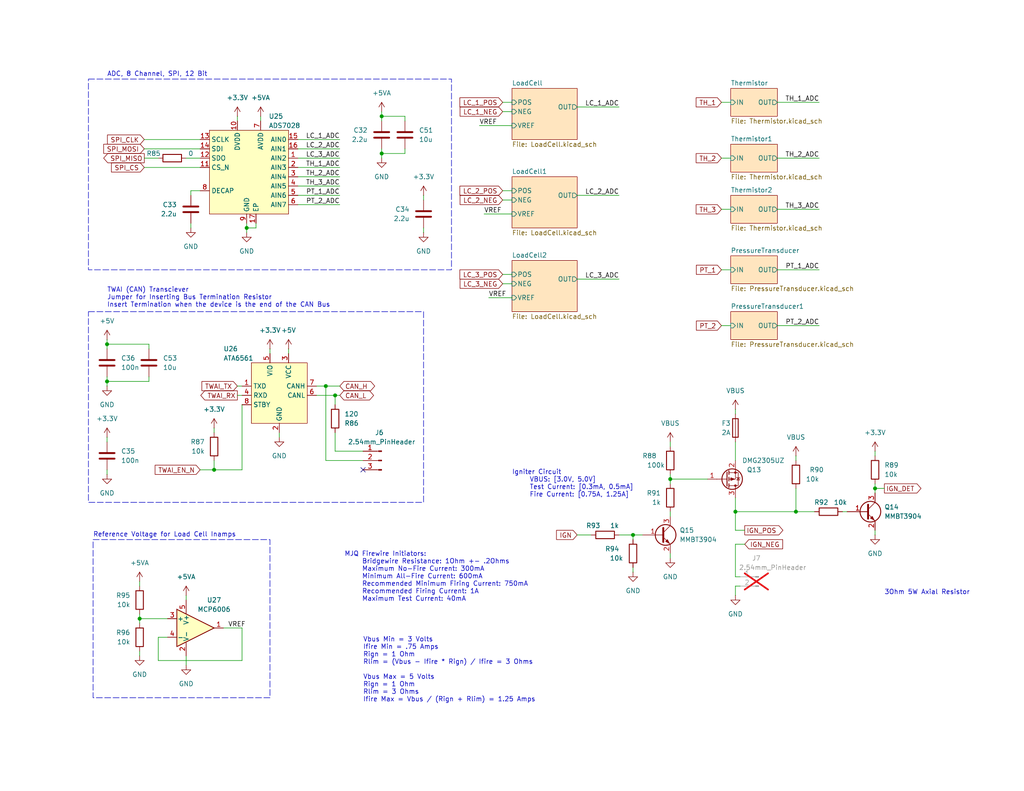
<source format=kicad_sch>
(kicad_sch (version 20231120) (generator "eeschema") (generator_version "8.0")
  (paper "A")
  (title_block (title "Unify") (date "2025-02-26") (rev "1") (company "Rocket Propulsion Group, UNL") (comment 1 "Jack Shaver"))
  (lib_symbols
    (symbol "ADS7028_1"
      (property "Reference" "U" (at -1.27 8.382 0))
      (property "Value" "ADS7028" (at 27.686 10.414 0))
      (symbol "ADS7028_1_0_0"
        (pin unspecified line (at 25.4 -2.54 180) (length 2.54) (name "AIN2") (number "1"))
        (pin unspecified line (at 8.89 7.62 270) (length 2.54) (name "DVDD") (number "10"))
        (pin unspecified line (at -1.27 -5.08 0) (length 2.54) (name "CS_N") (number "11"))
        (pin unspecified line (at -1.27 -2.54 0) (length 2.54) (name "SDO") (number "12"))
        (pin unspecified line (at -1.27 2.54 0) (length 2.54) (name "SCLK") (number "13"))
        (pin unspecified line (at -1.27 0 0) (length 2.54) (name "SDI") (number "14"))
        (pin unspecified line (at 25.4 2.54 180) (length 2.54) (name "AIN0") (number "15"))
        (pin unspecified line (at 25.4 0 180) (length 2.54) (name "AIN1") (number "16"))
        (pin unspecified line (at 13.97 -20.32 90) (length 2.54) (name "EP") (number "17"))
        (pin unspecified line (at 25.4 -5.08 180) (length 2.54) (name "AIN3") (number "2"))
        (pin unspecified line (at 25.4 -7.62 180) (length 2.54) (name "AIN4") (number "3"))
        (pin unspecified line (at 25.4 -10.16 180) (length 2.54) (name "AIN5") (number "4"))
        (pin unspecified line (at 25.4 -12.7 180) (length 2.54) (name "AIN6") (number "5"))
        (pin unspecified line (at 25.4 -15.24 180) (length 2.54) (name "AIN7") (number "6"))
        (pin unspecified line (at 15.24 7.62 270) (length 2.54) (name "AVDD") (number "7"))
        (pin unspecified line (at -1.27 -11.43 0) (length 2.54) (name "DECAP") (number "8"))
        (pin unspecified line (at 11.43 -20.32 90) (length 2.54) (name "GND") (number "9"))
      )
      (symbol "ADS7028_1_1_1"
        (rectangle (start 1.27 5.08) (end 22.86 -17.78) (fill (type background)))
      )
    )
    (symbol "Amplifier_Operational:MCP6001-OT" (pin_names (offset 0.127))
      (property "Reference" "U" (at -1.27 6.35 0))
      (property "Value" "MCP6001-OT" (at -1.27 3.81 0))
      (symbol "MCP6001-OT_0_1"
        (polyline (pts (xy -5.08 5.08) (xy 5.08 0) (xy -5.08 -5.08) (xy -5.08 5.08)) (stroke (width 0.254)) (fill (type background)))
        (pin power_in line (at -2.54 -7.62 90) (length 3.81) (name "V-") (number "2"))
        (pin power_in line (at -2.54 7.62 270) (length 3.81) (name "V+") (number "5"))
      )
      (symbol "MCP6001-OT_1_1"
        (pin output line (at 7.62 0 180) (length 2.54) (name "~") (number "1"))
        (pin input line (at -7.62 2.54 0) (length 2.54) (name "+") (number "3"))
        (pin input line (at -7.62 -2.54 0) (length 2.54) (name "-") (number "4"))
      )
    )
    (symbol "Connector:Conn_01x02_Pin" (pin_names (offset 1.016) hide)
      (property "Reference" "J" (at 0 2.54 0))
      (property "Value" "Conn_01x02_Pin" (at 0 -5.08 0))
      (symbol "Conn_01x02_Pin_1_1"
        (polyline (pts (xy 1.27 -2.54) (xy 0.8636 -2.54)) (stroke (width 0.1524)))
        (polyline (pts (xy 1.27 0) (xy 0.8636 0)) (stroke (width 0.1524)))
        (rectangle (start 0.8636 -2.413) (end 0 -2.667) (stroke (width 0.1524)) (fill (type outline)))
        (rectangle (start 0.8636 0.127) (end 0 -0.127) (stroke (width 0.1524)) (fill (type outline)))
        (pin passive line (at 5.08 0 180) (length 3.81) (name "Pin_1") (number "1"))
        (pin passive line (at 5.08 -2.54 180) (length 3.81) (name "Pin_2") (number "2"))
      )
    )
    (symbol "Connector:Conn_01x03_Pin" (pin_names (offset 1.016) hide)
      (property "Reference" "J" (at 0 5.08 0))
      (property "Value" "Conn_01x03_Pin" (at 0 -5.08 0))
      (symbol "Conn_01x03_Pin_1_1"
        (polyline (pts (xy 1.27 -2.54) (xy 0.8636 -2.54)) (stroke (width 0.1524)))
        (polyline (pts (xy 1.27 0) (xy 0.8636 0)) (stroke (width 0.1524)))
        (polyline (pts (xy 1.27 2.54) (xy 0.8636 2.54)) (stroke (width 0.1524)))
        (rectangle (start 0.8636 -2.413) (end 0 -2.667) (stroke (width 0.1524)) (fill (type outline)))
        (rectangle (start 0.8636 0.127) (end 0 -0.127) (stroke (width 0.1524)) (fill (type outline)))
        (rectangle (start 0.8636 2.667) (end 0 2.413) (stroke (width 0.1524)) (fill (type outline)))
        (pin passive line (at 5.08 2.54 180) (length 3.81) (name "Pin_1") (number "1"))
        (pin passive line (at 5.08 0 180) (length 3.81) (name "Pin_2") (number "2"))
        (pin passive line (at 5.08 -2.54 180) (length 3.81) (name "Pin_3") (number "3"))
      )
    )
    (symbol "Device:C" (pin_numbers hide) (pin_names (offset 0.254))
      (property "Reference" "C" (at 0.635 2.54 0))
      (property "Value" "C" (at 0.635 -2.54 0))
      (symbol "C_0_1"
        (polyline (pts (xy -2.032 -0.762) (xy 2.032 -0.762)) (stroke (width 0.508)))
        (polyline (pts (xy -2.032 0.762) (xy 2.032 0.762)) (stroke (width 0.508)))
      )
      (symbol "C_1_1"
        (pin passive line (at 0 3.81 270) (length 2.794) (name "~") (number "1"))
        (pin passive line (at 0 -3.81 90) (length 2.794) (name "~") (number "2"))
      )
    )
    (symbol "Device:Fuse" (pin_numbers hide) (pin_names (offset 0))
      (property "Reference" "F" (at 2.032 0 90))
      (property "Value" "Fuse" (at -1.905 0 90))
      (symbol "Fuse_0_1"
        (rectangle (start -0.762 -2.54) (end 0.762 2.54) (stroke (width 0.254)))
        (polyline (pts (xy 0 2.54) (xy 0 -2.54)))
      )
      (symbol "Fuse_1_1"
        (pin passive line (at 0 3.81 270) (length 1.27) (name "~") (number "1"))
        (pin passive line (at 0 -3.81 90) (length 1.27) (name "~") (number "2"))
      )
    )
    (symbol "Device:R" (pin_numbers hide) (pin_names (offset 0))
      (property "Reference" "R" (at 2.032 0 90))
      (property "Value" "R" (at 0 0 90))
      (symbol "R_0_1"
        (rectangle (start -1.016 -2.54) (end 1.016 2.54) (stroke (width 0.254)))
      )
      (symbol "R_1_1"
        (pin passive line (at 0 3.81 270) (length 1.27) (name "~") (number "1"))
        (pin passive line (at 0 -3.81 90) (length 1.27) (name "~") (number "2"))
      )
    )
    (symbol "Transistor_BJT:MMBT3904" (pin_names (offset 0) hide)
      (property "Reference" "Q" (at 5.08 1.905 0))
      (property "Value" "MMBT3904" (at 5.08 0 0))
      (symbol "MMBT3904_0_1"
        (polyline (pts (xy 0.635 0.635) (xy 2.54 2.54)))
        (polyline (pts (xy 0.635 -0.635) (xy 2.54 -2.54) (xy 2.54 -2.54)))
        (polyline (pts (xy 0.635 1.905) (xy 0.635 -1.905) (xy 0.635 -1.905)) (stroke (width 0.508)))
        (polyline (pts (xy 1.27 -1.778) (xy 1.778 -1.27) (xy 2.286 -2.286) (xy 1.27 -1.778) (xy 1.27 -1.778)) (fill (type outline)))
        (circle (center 1.27 0) (radius 2.8194) (stroke (width 0.254)))
      )
      (symbol "MMBT3904_1_1"
        (pin input line (at -5.08 0 0) (length 5.715) (name "B") (number "1"))
        (pin passive line (at 2.54 -5.08 90) (length 2.54) (name "E") (number "2"))
        (pin passive line (at 2.54 5.08 270) (length 2.54) (name "C") (number "3"))
      )
    )
    (symbol "Transistor_FET:DMG2301L" (pin_names hide)
      (property "Reference" "Q" (at 5.08 1.905 0))
      (property "Value" "DMG2301L" (at 5.08 0 0))
      (symbol "DMG2301L_0_1"
        (polyline (pts (xy 0.254 0) (xy -2.54 0)))
        (polyline (pts (xy 0.254 1.905) (xy 0.254 -1.905)) (stroke (width 0.254)))
        (polyline (pts (xy 0.762 -1.27) (xy 0.762 -2.286)) (stroke (width 0.254)))
        (polyline (pts (xy 0.762 0.508) (xy 0.762 -0.508)) (stroke (width 0.254)))
        (polyline (pts (xy 0.762 2.286) (xy 0.762 1.27)) (stroke (width 0.254)))
        (polyline (pts (xy 2.54 2.54) (xy 2.54 1.778)))
        (polyline (pts (xy 2.54 -2.54) (xy 2.54 0) (xy 0.762 0)))
        (polyline (pts (xy 0.762 1.778) (xy 3.302 1.778) (xy 3.302 -1.778) (xy 0.762 -1.778)))
        (polyline (pts (xy 2.286 0) (xy 1.27 0.381) (xy 1.27 -0.381) (xy 2.286 0)) (fill (type outline)))
        (polyline (pts (xy 2.794 -0.508) (xy 2.921 -0.381) (xy 3.683 -0.381) (xy 3.81 -0.254)))
        (polyline (pts (xy 3.302 -0.381) (xy 2.921 0.254) (xy 3.683 0.254) (xy 3.302 -0.381)))
        (circle (center 1.651 0) (radius 2.794) (stroke (width 0.254)))
        (circle (center 2.54 -1.778) (radius 0.254) (fill (type outline)))
        (circle (center 2.54 1.778) (radius 0.254) (fill (type outline)))
      )
      (symbol "DMG2301L_1_1"
        (pin input line (at -5.08 0 0) (length 2.54) (name "G") (number "1"))
        (pin passive line (at 2.54 -5.08 90) (length 2.54) (name "S") (number "2"))
        (pin passive line (at 2.54 5.08 270) (length 2.54) (name "D") (number "3"))
      )
    )
    (symbol "Unify:ATA6561"
      (property "Reference" "U" (at 4.572 -14.986 0))
      (property "Value" "ATA6561" (at 6.858 -12.954 0))
      (symbol "ATA6561_0_0"
        (pin unspecified line (at -11.43 -1.27 0) (length 2.54) (name "TXD") (number "1"))
        (pin unspecified line (at -1.27 -13.97 90) (length 2.54) (name "GND") (number "2"))
        (pin unspecified line (at 1.27 7.62 270) (length 2.54) (name "VCC") (number "3"))
        (pin unspecified line (at -11.43 -3.81 0) (length 2.54) (name "RXD") (number "4"))
        (pin unspecified line (at -3.81 7.62 270) (length 2.54) (name "VIO") (number "5"))
        (pin unspecified line (at 8.89 -3.81 180) (length 2.54) (name "CANL") (number "6"))
        (pin unspecified line (at 8.89 -1.27 180) (length 2.54) (name "CANH") (number "7"))
        (pin unspecified line (at -11.43 -6.35 0) (length 2.54) (name "STBY") (number "8"))
      )
      (symbol "ATA6561_1_1"
        (rectangle (start -8.89 5.08) (end 6.35 -11.43) (fill (type background)))
      )
    )
    (symbol "power:+3.3V" (power) (pin_numbers hide) (pin_names (offset 0) hide)
      (property "Value" "+3.3V" (at 0 3.556 0))
      (symbol "+3.3V_0_1"
        (polyline (pts (xy -0.762 1.27) (xy 0 2.54)))
        (polyline (pts (xy 0 0) (xy 0 2.54)))
        (polyline (pts (xy 0 2.54) (xy 0.762 1.27)))
      )
      (symbol "+3.3V_1_1"
        (pin power_in line (at 0 0 90) (length 0) (name "~") (number "1"))
      )
    )
    (symbol "power:+5V" (power) (pin_numbers hide) (pin_names (offset 0) hide)
      (property "Value" "+5V" (at 0 3.556 0))
      (symbol "+5V_0_1"
        (polyline (pts (xy -0.762 1.27) (xy 0 2.54)))
        (polyline (pts (xy 0 0) (xy 0 2.54)))
        (polyline (pts (xy 0 2.54) (xy 0.762 1.27)))
      )
      (symbol "+5V_1_1"
        (pin power_in line (at 0 0 90) (length 0) (name "~") (number "1"))
      )
    )
    (symbol "power:+5VA" (power) (pin_numbers hide) (pin_names (offset 0) hide)
      (property "Value" "+5VA" (at 0 3.556 0))
      (symbol "+5VA_0_1"
        (polyline (pts (xy -0.762 1.27) (xy 0 2.54)))
        (polyline (pts (xy 0 0) (xy 0 2.54)))
        (polyline (pts (xy 0 2.54) (xy 0.762 1.27)))
      )
      (symbol "+5VA_1_1"
        (pin power_in line (at 0 0 90) (length 0) (name "~") (number "1"))
      )
    )
    (symbol "power:GND" (power) (pin_numbers hide) (pin_names (offset 0) hide)
      (property "Value" "GND" (at 0 -3.81 0))
      (symbol "GND_0_1"
        (polyline (pts (xy 0 0) (xy 0 -1.27) (xy 1.27 -1.27) (xy 0 -2.54) (xy -1.27 -1.27) (xy 0 -1.27)))
      )
      (symbol "GND_1_1"
        (pin power_in line (at 0 0 270) (length 0) (name "~") (number "1"))
      )
    )
    (symbol "power:VBUS" (power) (pin_numbers hide) (pin_names (offset 0) hide)
      (property "Value" "VBUS" (at 0 3.556 0))
      (symbol "VBUS_0_1"
        (polyline (pts (xy -0.762 1.27) (xy 0 2.54)))
        (polyline (pts (xy 0 0) (xy 0 2.54)))
        (polyline (pts (xy 0 2.54) (xy 0.762 1.27)))
      )
      (symbol "VBUS_1_1"
        (pin power_in line (at 0 0 90) (length 0) (name "~") (number "1"))
      )
    )
  )
  (junction (at 104.14 31.75))
  (junction (at 38.1 168.91))
  (junction (at 172.72 146.05))
  (junction (at 200.66 139.7))
  (junction (at 104.14 41.91))
  (junction (at 182.88 130.81))
  (junction (at 238.76 133.35))
  (junction (at 58.42 128.27))
  (junction (at 29.21 93.98))
  (junction (at 88.9 105.41))
  (junction (at 91.44 107.95))
  (junction (at 29.21 104.14))
  (junction (at 67.31 62.23))
  (junction (at 217.17 139.7))
  (no_connect (at 99.06 128.27))
  (wire (pts (xy 200.66 111.76) (xy 200.66 113.03)))
  (wire (pts (xy 157.48 76.2) (xy 168.91 76.2)))
  (wire (pts (xy 130.81 34.29) (xy 139.7 34.29)))
  (wire (pts (xy 200.66 148.59) (xy 200.66 157.48)))
  (wire (pts (xy 182.88 152.4) (xy 182.88 151.13)))
  (wire (pts (xy 67.31 60.96) (xy 67.31 62.23)))
  (wire (pts (xy 58.42 128.27) (xy 66.04 128.27)))
  (wire (pts (xy 110.49 41.91) (xy 104.14 41.91)))
  (wire (pts (xy 157.48 53.34) (xy 168.91 53.34)))
  (wire (pts (xy 137.16 30.48) (xy 139.7 30.48)))
  (wire (pts (xy 110.49 40.64) (xy 110.49 41.91)))
  (wire (pts (xy 52.07 60.96) (xy 52.07 62.23)))
  (wire (pts (xy 92.71 38.1) (xy 81.28 38.1)))
  (wire (pts (xy 92.71 50.8) (xy 81.28 50.8)))
  (wire (pts (xy 92.71 45.72) (xy 81.28 45.72)))
  (wire (pts (xy 196.85 27.94) (xy 199.39 27.94)))
  (wire (pts (xy 91.44 107.95) (xy 91.44 110.49)))
  (wire (pts (xy 223.52 27.94) (xy 212.09 27.94)))
  (wire (pts (xy 200.66 157.48) (xy 201.93 157.48)))
  (wire (pts (xy 58.42 125.73) (xy 58.42 128.27)))
  (wire (pts (xy 137.16 52.07) (xy 139.7 52.07)))
  (wire (pts (xy 64.77 107.95) (xy 66.04 107.95)))
  (wire (pts (xy 238.76 146.05) (xy 238.76 144.78)))
  (wire (pts (xy 238.76 123.19) (xy 238.76 124.46)))
  (wire (pts (xy 196.85 57.15) (xy 199.39 57.15)))
  (wire (pts (xy 54.61 52.07) (xy 52.07 52.07)))
  (wire (pts (xy 104.14 41.91) (xy 104.14 40.64)))
  (wire (pts (xy 182.88 130.81) (xy 182.88 132.08)))
  (wire (pts (xy 29.21 104.14) (xy 29.21 105.41)))
  (wire (pts (xy 200.66 139.7) (xy 200.66 135.89)))
  (wire (pts (xy 88.9 125.73) (xy 99.06 125.73)))
  (wire (pts (xy 38.1 168.91) (xy 38.1 170.18)))
  (wire (pts (xy 29.21 128.27) (xy 29.21 129.54)))
  (wire (pts (xy 223.52 57.15) (xy 212.09 57.15)))
  (wire (pts (xy 222.25 139.7) (xy 217.17 139.7)))
  (wire (pts (xy 29.21 102.87) (xy 29.21 104.14)))
  (wire (pts (xy 133.35 81.28) (xy 139.7 81.28)))
  (wire (pts (xy 92.71 55.88) (xy 81.28 55.88)))
  (wire (pts (xy 73.66 95.25) (xy 73.66 96.52)))
  (wire (pts (xy 69.85 60.96) (xy 69.85 62.23)))
  (wire (pts (xy 39.37 45.72) (xy 54.61 45.72)))
  (wire (pts (xy 200.66 144.78) (xy 200.66 139.7)))
  (wire (pts (xy 67.31 62.23) (xy 67.31 63.5)))
  (wire (pts (xy 88.9 105.41) (xy 88.9 125.73)))
  (wire (pts (xy 104.14 43.18) (xy 104.14 41.91)))
  (wire (pts (xy 168.91 146.05) (xy 172.72 146.05)))
  (wire (pts (xy 43.18 180.34) (xy 66.04 180.34)))
  (wire (pts (xy 64.77 105.41) (xy 66.04 105.41)))
  (wire (pts (xy 200.66 160.02) (xy 200.66 162.56)))
  (wire (pts (xy 182.88 129.54) (xy 182.88 130.81)))
  (wire (pts (xy 132.08 58.42) (xy 139.7 58.42)))
  (wire (pts (xy 238.76 133.35) (xy 238.76 134.62)))
  (wire (pts (xy 40.64 102.87) (xy 40.64 104.14)))
  (wire (pts (xy 157.48 29.21) (xy 168.91 29.21)))
  (wire (pts (xy 137.16 54.61) (xy 139.7 54.61)))
  (wire (pts (xy 231.14 139.7) (xy 229.87 139.7)))
  (wire (pts (xy 137.16 27.94) (xy 139.7 27.94)))
  (wire (pts (xy 91.44 118.11) (xy 91.44 123.19)))
  (wire (pts (xy 64.77 31.75) (xy 64.77 33.02)))
  (wire (pts (xy 50.8 181.61) (xy 50.8 179.07)))
  (wire (pts (xy 196.85 43.18) (xy 199.39 43.18)))
  (wire (pts (xy 29.21 95.25) (xy 29.21 93.98)))
  (wire (pts (xy 38.1 167.64) (xy 38.1 168.91)))
  (wire (pts (xy 92.71 43.18) (xy 81.28 43.18)))
  (wire (pts (xy 91.44 123.19) (xy 99.06 123.19)))
  (wire (pts (xy 172.72 146.05) (xy 172.72 147.32)))
  (wire (pts (xy 110.49 33.02) (xy 110.49 31.75)))
  (wire (pts (xy 203.2 148.59) (xy 200.66 148.59)))
  (wire (pts (xy 43.18 180.34) (xy 43.18 173.99)))
  (wire (pts (xy 182.88 120.65) (xy 182.88 121.92)))
  (wire (pts (xy 92.71 40.64) (xy 81.28 40.64)))
  (wire (pts (xy 39.37 43.18) (xy 43.18 43.18)))
  (wire (pts (xy 115.57 63.5) (xy 115.57 62.23)))
  (wire (pts (xy 52.07 52.07) (xy 52.07 53.34)))
  (wire (pts (xy 92.71 48.26) (xy 81.28 48.26)))
  (wire (pts (xy 217.17 124.46) (xy 217.17 125.73)))
  (wire (pts (xy 200.66 120.65) (xy 200.66 125.73)))
  (wire (pts (xy 78.74 95.25) (xy 78.74 96.52)))
  (wire (pts (xy 217.17 139.7) (xy 200.66 139.7)))
  (wire (pts (xy 172.72 146.05) (xy 175.26 146.05)))
  (wire (pts (xy 66.04 171.45) (xy 60.96 171.45)))
  (wire (pts (xy 172.72 156.21) (xy 172.72 154.94)))
  (wire (pts (xy 71.12 31.75) (xy 71.12 33.02)))
  (wire (pts (xy 38.1 158.75) (xy 38.1 160.02)))
  (wire (pts (xy 76.2 118.11) (xy 76.2 119.38)))
  (wire (pts (xy 54.61 128.27) (xy 58.42 128.27)))
  (wire (pts (xy 182.88 130.81) (xy 193.04 130.81)))
  (wire (pts (xy 40.64 95.25) (xy 40.64 93.98)))
  (wire (pts (xy 40.64 93.98) (xy 29.21 93.98)))
  (wire (pts (xy 39.37 38.1) (xy 54.61 38.1)))
  (wire (pts (xy 115.57 53.34) (xy 115.57 54.61)))
  (wire (pts (xy 157.48 146.05) (xy 161.29 146.05)))
  (wire (pts (xy 43.18 173.99) (xy 45.72 173.99)))
  (wire (pts (xy 104.14 31.75) (xy 104.14 33.02)))
  (wire (pts (xy 50.8 162.56) (xy 50.8 163.83)))
  (wire (pts (xy 238.76 132.08) (xy 238.76 133.35)))
  (wire (pts (xy 91.44 107.95) (xy 92.71 107.95)))
  (wire (pts (xy 110.49 31.75) (xy 104.14 31.75)))
  (wire (pts (xy 29.21 120.65) (xy 29.21 119.38)))
  (wire (pts (xy 137.16 77.47) (xy 139.7 77.47)))
  (wire (pts (xy 39.37 40.64) (xy 54.61 40.64)))
  (wire (pts (xy 40.64 104.14) (xy 29.21 104.14)))
  (wire (pts (xy 182.88 139.7) (xy 182.88 140.97)))
  (wire (pts (xy 50.8 43.18) (xy 54.61 43.18)))
  (wire (pts (xy 38.1 168.91) (xy 45.72 168.91)))
  (wire (pts (xy 88.9 105.41) (xy 92.71 105.41)))
  (wire (pts (xy 104.14 30.48) (xy 104.14 31.75)))
  (wire (pts (xy 196.85 73.66) (xy 199.39 73.66)))
  (wire (pts (xy 86.36 107.95) (xy 91.44 107.95)))
  (wire (pts (xy 212.09 88.9) (xy 223.52 88.9)))
  (wire (pts (xy 238.76 133.35) (xy 241.3 133.35)))
  (wire (pts (xy 203.2 144.78) (xy 200.66 144.78)))
  (wire (pts (xy 66.04 180.34) (xy 66.04 171.45)))
  (wire (pts (xy 69.85 62.23) (xy 67.31 62.23)))
  (wire (pts (xy 66.04 128.27) (xy 66.04 110.49)))
  (wire (pts (xy 212.09 73.66) (xy 223.52 73.66)))
  (wire (pts (xy 86.36 105.41) (xy 88.9 105.41)))
  (wire (pts (xy 58.42 116.84) (xy 58.42 118.11)))
  (wire (pts (xy 223.52 43.18) (xy 212.09 43.18)))
  (wire (pts (xy 38.1 179.07) (xy 38.1 177.8)))
  (wire (pts (xy 217.17 133.35) (xy 217.17 139.7)))
  (wire (pts (xy 137.16 74.93) (xy 139.7 74.93)))
  (wire (pts (xy 196.85 88.9) (xy 199.39 88.9)))
  (wire (pts (xy 92.71 53.34) (xy 81.28 53.34)))
  (wire (pts (xy 29.21 93.98) (xy 29.21 92.71)))
  (wire (pts (xy 201.93 160.02) (xy 200.66 160.02)))
  (rectangle (start 25.4 147.32) (end 73.66 190.5) (stroke (width 0) (type dash)))
  (rectangle (start 24.13 21.59) (end 123.19 73.66) (stroke (width 0) (type dash)))
  (rectangle (start 24.13 85.09) (end 115.57 137.16) (stroke (width 0) (type dash)))
  (text "Reference Voltage for Load Cell Inamps\n" (at 25.4 146.05 0) (effects (font (size 1.27 1.27)) (justify left)))
  (text "MJQ Firewire Initiators:\n	Bridgewire Resistance: 1Ohm +- .2Ohms\n	Maximum No-Fire Current: 300mA\n	Minimum All-Fire Current: 600mA\n	Recommended Minimum Firing Current: 750mA\n	Recommended Firing Current: 1A\n	Maximum Test Current: 40mA" (at 93.98 157.48 0) (effects (font (size 1.27 1.27)) (justify left)))
  (text "TWAI (CAN) Transciever\nJumper for Inserting Bus Termination Resistor\nInsert Termination when the device is the end of the CAN Bus" (at 29.21 81.28 0) (effects (font (size 1.27 1.27)) (justify left)))
  (text "ADC, 8 Channel, SPI, 12 Bit" (at 29.21 20.32 0) (effects (font (size 1.27 1.27)) (justify left)))
  (text "Vbus Min = 3 Volts\nIfire Min = .75 Amps\nRign = 1 Ohm\nRlim = (Vbus - Ifire * Rign) / Ifire = 3 Ohms\n\nVbus Max = 5 Volts\nRign = 1 Ohm\nRlim = 3 Ohms\nIfire Max = Vbus / (Rign + Rlim) = 1.25 Amps" (at 99.06 182.88 0) (effects (font (size 1.27 1.27)) (justify left)))
  (text "3Ohm 5W Axial Resistor\n\n\n" (at 241.3 163.83 0) (effects (font (size 1.27 1.27)) (justify left)))
  (text "Igniter Circuit\n	VBUS: [3.0V, 5.0V]\n	Test Current: [0.3mA, 0.5mA]\n	Fire Current: [0.75A, 1.25A]" (at 139.7 132.08 0) (effects (font (size 1.27 1.27)) (justify left)))
  (label "LC_3_ADC" (at 168.91 76.2 180))
  (label "VREF" (at 133.35 81.28 0))
  (label "VREF" (at 130.81 34.29 0))
  (label "TH_1_ADC" (at 92.71 45.72 180))
  (label "TH_3_ADC" (at 92.71 50.8 180))
  (label "PT_2_ADC" (at 92.71 55.88 180))
  (label "PT_2_ADC" (at 223.52 88.9 180))
  (label "TH_2_ADC" (at 223.52 43.18 180))
  (label "PT_1_ADC" (at 92.71 53.34 180))
  (label "LC_2_ADC" (at 168.91 53.34 180))
  (label "LC_1_ADC" (at 168.91 29.21 180))
  (label "TH_3_ADC" (at 223.52 57.15 180))
  (label "VREF" (at 62.23 171.45 0))
  (label "LC_1_ADC" (at 92.71 38.1 180))
  (label "TH_2_ADC" (at 92.71 48.26 180))
  (label "LC_2_ADC" (at 92.71 40.64 180))
  (label "LC_3_ADC" (at 92.71 43.18 180))
  (label "VREF" (at 132.08 58.42 0))
  (label "PT_1_ADC" (at 223.52 73.66 180))
  (label "TH_1_ADC" (at 223.52 27.94 180))
  (global_label "TH_1" (shape input) (at 196.85 27.94 180) (property "Intersheetrefs" "${INTERSHEET_REFS}" (effects (hide yes))))
  (global_label "LC_3_NEG" (shape input) (at 137.16 77.47 180) (property "Intersheetrefs" "${INTERSHEET_REFS}" (effects (hide yes))))
  (global_label "LC_1_NEG" (shape input) (at 137.16 30.48 180) (property "Intersheetrefs" "${INTERSHEET_REFS}" (effects (hide yes))))
  (global_label "IGN" (shape input) (at 157.48 146.05 180) (property "Intersheetrefs" "${INTERSHEET_REFS}" (effects (hide yes))))
  (global_label "CAN_H" (shape bidirectional) (at 92.71 105.41 0) (property "Intersheetrefs" "${INTERSHEET_REFS}" (effects (hide yes))))
  (global_label "LC_2_NEG" (shape input) (at 137.16 54.61 180) (property "Intersheetrefs" "${INTERSHEET_REFS}" (effects (hide yes))))
  (global_label "SPI_CLK" (shape input) (at 39.37 38.1 180) (property "Intersheetrefs" "${INTERSHEET_REFS}" (effects (hide yes))))
  (global_label "IGN_POS" (shape output) (at 203.2 144.78 0) (property "Intersheetrefs" "${INTERSHEET_REFS}" (effects (hide yes))))
  (global_label "TWAI_RX" (shape output) (at 64.77 107.95 180) (property "Intersheetrefs" "${INTERSHEET_REFS}" (effects (hide yes))))
  (global_label "SPI_MOSI" (shape input) (at 39.37 40.64 180) (property "Intersheetrefs" "${INTERSHEET_REFS}" (effects (hide yes))))
  (global_label "TH_3" (shape input) (at 196.85 57.15 180) (property "Intersheetrefs" "${INTERSHEET_REFS}" (effects (hide yes))))
  (global_label "LC_1_POS" (shape input) (at 137.16 27.94 180) (property "Intersheetrefs" "${INTERSHEET_REFS}" (effects (hide yes))))
  (global_label "LC_2_POS" (shape input) (at 137.16 52.07 180) (property "Intersheetrefs" "${INTERSHEET_REFS}" (effects (hide yes))))
  (global_label "IGN_DET" (shape output) (at 241.3 133.35 0) (property "Intersheetrefs" "${INTERSHEET_REFS}" (effects (hide yes))))
  (global_label "PT_2" (shape input) (at 196.85 88.9 180) (property "Intersheetrefs" "${INTERSHEET_REFS}" (effects (hide yes))))
  (global_label "TWAI_TX" (shape input) (at 64.77 105.41 180) (property "Intersheetrefs" "${INTERSHEET_REFS}" (effects (hide yes))))
  (global_label "SPI_CS" (shape input) (at 39.37 45.72 180) (property "Intersheetrefs" "${INTERSHEET_REFS}" (effects (hide yes))))
  (global_label "IGN_NEG" (shape input) (at 203.2 148.59 0) (property "Intersheetrefs" "${INTERSHEET_REFS}" (effects (hide yes))))
  (global_label "TH_2" (shape input) (at 196.85 43.18 180) (property "Intersheetrefs" "${INTERSHEET_REFS}" (effects (hide yes))))
  (global_label "SPI_MISO" (shape output) (at 39.37 43.18 180) (property "Intersheetrefs" "${INTERSHEET_REFS}" (effects (hide yes))))
  (global_label "LC_3_POS" (shape input) (at 137.16 74.93 180) (property "Intersheetrefs" "${INTERSHEET_REFS}" (effects (hide yes))))
  (global_label "TWAI_EN_N" (shape input) (at 54.61 128.27 180) (property "Intersheetrefs" "${INTERSHEET_REFS}" (effects (hide yes))))
  (global_label "CAN_L" (shape bidirectional) (at 92.71 107.95 0) (property "Intersheetrefs" "${INTERSHEET_REFS}" (effects (hide yes))))
  (global_label "PT_1" (shape input) (at 196.85 73.66 180) (property "Intersheetrefs" "${INTERSHEET_REFS}" (effects (hide yes))))
  (symbol (lib_id "Device:R") (at 38.1 163.83 0) (mirror y) (unit 1)
    (property "Reference" "R95" (at 35.56 162.5599 0) (effects (justify left)))
    (property "Value" "10k" (at 35.56 165.0999 0) (effects (justify left)))
    (property "Footprint" "Resistor_SMD:R_0603_1608Metric" (effects (hide yes)))
    (property "Description" "Resistor" (effects (hide yes)))
  )
  (symbol (lib_id "Device:R") (at 182.88 125.73 0) (unit 1)
    (property "Reference" "R88" (at 175.26 124.46 0) (effects (justify left)))
    (property "Value" "100k" (at 176.53 127 0) (effects (justify left)))
    (property "Footprint" "Resistor_SMD:R_0603_1608Metric" (effects (hide yes)))
    (property "Description" "Resistor" (effects (hide yes)))
  )
  (symbol (lib_id "Transistor_BJT:MMBT3904") (at 236.22 139.7 0) (unit 1)
    (property "Reference" "Q14" (at 241.3 138.4299 0) (effects (justify left)))
    (property "Value" "MMBT3904" (at 241.3 140.9699 0) (effects (justify left)))
    (property "Footprint" "Package_TO_SOT_SMD:SOT-23" (effects (hide yes)))
    (property "Datasheet" "https://www.onsemi.com/pdf/datasheet/pzt3904-d.pdf" (effects (hide yes)))
    (property "Description" "0.2A Ic, 40V Vce, Small Signal NPN Transistor, SOT-23" (effects (hide yes)))
  )
  (symbol (lib_id "power:VBUS") (at 217.17 124.46 0) (unit 1)
    (property "Reference" "#PWR0151" (effects (hide yes)))
    (property "Value" "VBUS" (at 217.17 119.38 0))
    (property "Description" "Power symbol creates a global label with name \"VBUS\"" (effects (hide yes)))
  )
  (symbol (lib_id "Device:C") (at 29.21 99.06 0) (unit 1)
    (property "Reference" "C36" (at 33.02 97.7899 0) (effects (justify left)))
    (property "Value" "100n" (at 33.02 100.3299 0) (effects (justify left)))
    (property "Footprint" "Capacitor_SMD:C_0603_1608Metric" (effects (hide yes)))
    (property "Description" "Unpolarized capacitor" (effects (hide yes)))
  )
  (symbol (lib_id "power:GND") (at 52.07 62.23 0) (unit 1)
    (property "Reference" "#PWR0137" (effects (hide yes)))
    (property "Value" "GND" (at 52.07 67.31 0))
    (property "Description" "Power symbol creates a global label with name \"GND\" , ground" (effects (hide yes)))
  )
  (symbol (lib_name "ADS7028_1") (lib_id "Unify:ADS7028") (at 55.88 40.64 0) (unit 1)
    (property "Reference" "U25" (at 73.3141 31.75 0) (effects (justify left)))
    (property "Value" "ADS7028" (at 73.3141 34.29 0) (effects (justify left)))
    (property "Footprint" "Package_DFN_QFN:WQFN-16-1EP_3x3mm_P0.5mm_EP1.68x1.68mm" (effects (hide yes)))
    (property "Description" "ADC 12Bit 8Channel SPI" (effects (hide yes)))
  )
  (symbol (lib_id "Device:R") (at 38.1 173.99 0) (mirror y) (unit 1)
    (property "Reference" "R96" (at 35.56 172.7199 0) (effects (justify left)))
    (property "Value" "10k" (at 35.56 175.2599 0) (effects (justify left)))
    (property "Footprint" "Resistor_SMD:R_0603_1608Metric" (effects (hide yes)))
    (property "Description" "Resistor" (effects (hide yes)))
  )
  (symbol (lib_id "Device:C") (at 104.14 36.83 0) (mirror y) (unit 1)
    (property "Reference" "C32" (at 100.33 35.5599 0) (effects (justify left)))
    (property "Value" "2.2u" (at 100.33 38.0999 0) (effects (justify left)))
    (property "Footprint" "Capacitor_SMD:C_0603_1608Metric" (effects (hide yes)))
    (property "Description" "Unpolarized capacitor" (effects (hide yes)))
  )
  (symbol (lib_id "power:VBUS") (at 200.66 111.76 0) (unit 1)
    (property "Reference" "#PWR0144" (effects (hide yes)))
    (property "Value" "VBUS" (at 200.66 106.68 0))
    (property "Description" "Power symbol creates a global label with name \"VBUS\"" (effects (hide yes)))
  )
  (symbol (lib_id "Device:Fuse") (at 200.66 116.84 180) (unit 1)
    (property "Reference" "F3" (at 198.12 115.57 0))
    (property "Value" "2A" (at 198.12 118.11 0))
    (property "Footprint" "Fuse:Fuse_1206_3216Metric" (effects (hide yes)))
    (property "Description" "Fuse" (effects (hide yes)))
  )
  (symbol (lib_id "power:+3.3V") (at 73.66 95.25 0) (unit 1)
    (property "Reference" "#PWR0140" (effects (hide yes)))
    (property "Value" "+3.3V" (at 73.66 90.17 0))
    (property "Description" "Power symbol creates a global label with name \"+3.3V\"" (effects (hide yes)))
  )
  (symbol (lib_id "power:+5V") (at 78.74 95.25 0) (unit 1)
    (property "Reference" "#PWR0141" (effects (hide yes)))
    (property "Value" "+5V" (at 78.74 90.17 0))
    (property "Description" "Power symbol creates a global label with name \"+5V\"" (effects (hide yes)))
  )
  (symbol (lib_id "Device:R") (at 91.44 114.3 0) (mirror x) (unit 1)
    (property "Reference" "R86" (at 93.98 115.5701 0) (effects (justify left)))
    (property "Value" "120" (at 93.98 113.0301 0) (effects (justify left)))
    (property "Footprint" "Resistor_SMD:R_0603_1608Metric" (effects (hide yes)))
    (property "Description" "Resistor" (effects (hide yes)))
  )
  (symbol (lib_id "power:GND") (at 182.88 152.4 0) (unit 1)
    (property "Reference" "#PWR0153" (effects (hide yes)))
    (property "Value" "GND" (at 182.88 157.48 0))
    (property "Description" "Power symbol creates a global label with name \"GND\" , ground" (effects (hide yes)))
  )
  (symbol (lib_id "Transistor_FET:DMG2301L") (at 198.12 130.81 0) (mirror x) (unit 1)
    (property "Reference" "Q13" (at 205.74 128.27 0))
    (property "Value" "DMG2305UZ" (at 208.28 125.73 0))
    (property "Footprint" "Package_TO_SOT_SMD:SOT-23" (effects (hide yes)))
    (property "Description" "-4.2A Id, -20V Vds, P-Channel MOSFET, SOT-23" (effects (hide yes)))
  )
  (symbol (lib_id "Device:R") (at 46.99 43.18 90) (unit 1)
    (property "Reference" "R85" (at 41.91 41.91 90))
    (property "Value" "0" (at 52.07 41.91 90))
    (property "Footprint" "Resistor_SMD:R_0603_1608Metric" (effects (hide yes)))
    (property "Description" "Resistor" (effects (hide yes)))
  )
  (symbol (lib_id "power:GND") (at 38.1 179.07 0) (unit 1)
    (property "Reference" "#PWR0158" (effects (hide yes)))
    (property "Value" "GND" (at 38.1 184.15 0))
    (property "Description" "Power symbol creates a global label with name \"GND\" , ground" (effects (hide yes)))
  )
  (symbol (lib_id "power:GND") (at 115.57 63.5 0) (unit 1)
    (property "Reference" "#PWR0139" (effects (hide yes)))
    (property "Value" "GND" (at 115.57 68.58 0))
    (property "Description" "Power symbol creates a global label with name \"GND\" , ground" (effects (hide yes)))
  )
  (symbol (lib_id "power:+3.3V") (at 64.77 31.75 0) (unit 1)
    (property "Reference" "#PWR0133" (effects (hide yes)))
    (property "Value" "+3.3V" (at 64.77 26.67 0))
    (property "Description" "Power symbol creates a global label with name \"+3.3V\"" (effects (hide yes)))
  )
  (symbol (lib_id "power:+3.3V") (at 29.21 119.38 0) (unit 1)
    (property "Reference" "#PWR0142" (effects (hide yes)))
    (property "Value" "+3.3V" (at 29.21 114.3 0))
    (property "Description" "Power symbol creates a global label with name \"+3.3V\"" (effects (hide yes)))
  )
  (symbol (lib_id "power:+5VA") (at 71.12 31.75 0) (unit 1)
    (property "Reference" "#PWR0134" (effects (hide yes)))
    (property "Value" "+5VA" (at 71.12 26.67 0))
    (property "Description" "Power symbol creates a global label with name \"+5VA\"" (effects (hide yes)))
  )
  (symbol (lib_id "Amplifier_Operational:MCP6001-OT") (at 53.34 171.45 0) (unit 1)
    (property "Reference" "U27" (at 58.42 163.83 0))
    (property "Value" "MCP6006" (at 58.42 166.37 0))
    (property "Footprint" "Package_TO_SOT_SMD:SOT-23-5" (effects (hide yes)))
    (property "Description" "1MHz, Low-Power Op Amp, SOT-23-5" (effects (hide yes)))
  )
  (symbol (lib_id "power:VBUS") (at 182.88 120.65 0) (unit 1)
    (property "Reference" "#PWR0149" (effects (hide yes)))
    (property "Value" "VBUS" (at 182.88 115.57 0))
    (property "Description" "Power symbol creates a global label with name \"VBUS\"" (effects (hide yes)))
  )
  (symbol (lib_id "Unify:ATA6561") (at 77.47 104.14 0) (unit 1)
    (property "Reference" "U26" (at 60.96 95.25 0) (effects (justify left)))
    (property "Value" "ATA6561" (at 60.96 97.79 0) (effects (justify left)))
    (property "Footprint" "Package_SO:SOIC-8_3.9x4.9mm_P1.27mm" (effects (hide yes)))
  )
  (symbol (lib_id "power:GND") (at 172.72 156.21 0) (unit 1)
    (property "Reference" "#PWR0154" (effects (hide yes)))
    (property "Value" "GND" (at 172.72 161.29 0))
    (property "Description" "Power symbol creates a global label with name \"GND\" , ground" (effects (hide yes)))
  )
  (symbol (lib_id "Device:R") (at 238.76 128.27 0) (unit 1)
    (property "Reference" "R89" (at 241.3 126.9999 0) (effects (justify left)))
    (property "Value" "10k" (at 241.3 129.5399 0) (effects (justify left)))
    (property "Footprint" "Resistor_SMD:R_0603_1608Metric" (effects (hide yes)))
    (property "Description" "Resistor" (effects (hide yes)))
  )
  (symbol (lib_id "power:+3.3V") (at 115.57 53.34 0) (unit 1)
    (property "Reference" "#PWR0136" (effects (hide yes)))
    (property "Value" "+3.3V" (at 115.57 48.26 0))
    (property "Description" "Power symbol creates a global label with name \"+3.3V\"" (effects (hide yes)))
  )
  (symbol (lib_id "power:GND") (at 29.21 129.54 0) (unit 1)
    (property "Reference" "#PWR0145" (effects (hide yes)))
    (property "Value" "GND" (at 29.21 134.62 0))
    (property "Description" "Power symbol creates a global label with name \"GND\" , ground" (effects (hide yes)))
  )
  (symbol (lib_id "power:GND") (at 67.31 63.5 0) (unit 1)
    (property "Reference" "#PWR0138" (effects (hide yes)))
    (property "Value" "GND" (at 67.31 68.58 0))
    (property "Description" "Power symbol creates a global label with name \"GND\" , ground" (effects (hide yes)))
  )
  (symbol (lib_id "power:+3.3V") (at 58.42 116.84 0) (unit 1)
    (property "Reference" "#PWR0147" (effects (hide yes)))
    (property "Value" "+3.3V" (at 58.42 111.76 0))
    (property "Description" "Power symbol creates a global label with name \"+3.3V\"" (effects (hide yes)))
  )
  (symbol (lib_id "power:GND") (at 76.2 119.38 0) (unit 1)
    (property "Reference" "#PWR0148" (effects (hide yes)))
    (property "Value" "GND" (at 76.2 124.46 0))
    (property "Description" "Power symbol creates a global label with name \"GND\" , ground" (effects (hide yes)))
  )
  (symbol (lib_id "Device:C") (at 29.21 124.46 0) (unit 1)
    (property "Reference" "C35" (at 33.02 123.1899 0) (effects (justify left)))
    (property "Value" "100n" (at 33.02 125.7299 0) (effects (justify left)))
    (property "Footprint" "Capacitor_SMD:C_0603_1608Metric" (effects (hide yes)))
    (property "Description" "Unpolarized capacitor" (effects (hide yes)))
  )
  (symbol (lib_id "power:GND") (at 104.14 43.18 0) (unit 1)
    (property "Reference" "#PWR0135" (effects (hide yes)))
    (property "Value" "GND" (at 104.14 48.26 0))
    (property "Description" "Power symbol creates a global label with name \"GND\" , ground" (effects (hide yes)))
  )
  (symbol (lib_id "power:GND") (at 50.8 181.61 0) (unit 1)
    (property "Reference" "#PWR0159" (effects (hide yes)))
    (property "Value" "GND" (at 50.8 186.69 0))
    (property "Description" "Power symbol creates a global label with name \"GND\" , ground" (effects (hide yes)))
  )
  (symbol (lib_id "power:+5VA") (at 50.8 162.56 0) (unit 1)
    (property "Reference" "#PWR0156" (effects (hide yes)))
    (property "Value" "+5VA" (at 50.8 157.48 0))
    (property "Description" "Power symbol creates a global label with name \"+5VA\"" (effects (hide yes)))
  )
  (symbol (lib_id "power:GND") (at 238.76 146.05 0) (unit 1)
    (property "Reference" "#PWR0152" (effects (hide yes)))
    (property "Value" "GND" (at 238.76 151.13 0))
    (property "Description" "Power symbol creates a global label with name \"GND\" , ground" (effects (hide yes)))
  )
  (symbol (lib_id "Device:R") (at 165.1 146.05 90) (unit 1)
    (property "Reference" "R93" (at 163.8299 143.51 90) (effects (justify left)))
    (property "Value" "1k" (at 168.91 143.51 90) (effects (justify left)))
    (property "Footprint" "Resistor_SMD:R_0603_1608Metric" (effects (hide yes)))
    (property "Description" "Resistor" (effects (hide yes)))
  )
  (symbol (lib_id "power:GND") (at 200.66 162.56 0) (unit 1)
    (property "Reference" "#PWR0157" (effects (hide yes)))
    (property "Value" "GND" (at 200.66 167.64 0))
    (property "Description" "Power symbol creates a global label with name \"GND\" , ground" (effects (hide yes)))
  )
  (symbol (lib_id "power:+5VA") (at 38.1 158.75 0) (unit 1)
    (property "Reference" "#PWR0155" (effects (hide yes)))
    (property "Value" "+5VA" (at 38.1 153.67 0))
    (property "Description" "Power symbol creates a global label with name \"+5VA\"" (effects (hide yes)))
  )
  (symbol (lib_id "Device:R") (at 58.42 121.92 0) (mirror y) (unit 1)
    (property "Reference" "R87" (at 55.88 120.6499 0) (effects (justify left)))
    (property "Value" "10k" (at 55.88 123.1899 0) (effects (justify left)))
    (property "Footprint" "Resistor_SMD:R_0603_1608Metric" (effects (hide yes)))
    (property "Description" "Resistor" (effects (hide yes)))
  )
  (symbol (lib_id "Connector:Conn_01x02_Pin") (at 207.01 157.48 0) (mirror y) (unit 1) (dnp yes)
    (property "Reference" "J7" (at 206.375 152.4 0))
    (property "Value" "2.54mm_PinHeader" (at 210.82 154.94 0))
    (property "Footprint" "Connector_PinHeader_2.54mm:PinHeader_1x02_P2.54mm_Vertical" (effects (hide yes)))
    (property "Description" "Generic connector, single row, 01x02, script generated" (effects (hide yes)))
  )
  (symbol (lib_id "Device:C") (at 40.64 99.06 0) (unit 1)
    (property "Reference" "C53" (at 44.45 97.7899 0) (effects (justify left)))
    (property "Value" "10u" (at 44.45 100.3299 0) (effects (justify left)))
    (property "Footprint" "Capacitor_SMD:C_0603_1608Metric" (effects (hide yes)))
    (property "Description" "Unpolarized capacitor" (effects (hide yes)))
  )
  (symbol (lib_id "Device:C") (at 52.07 57.15 0) (mirror y) (unit 1)
    (property "Reference" "C33" (at 48.26 55.8799 0) (effects (justify left)))
    (property "Value" "2.2u" (at 48.26 58.4199 0) (effects (justify left)))
    (property "Footprint" "Capacitor_SMD:C_0603_1608Metric" (effects (hide yes)))
    (property "Description" "Unpolarized capacitor" (effects (hide yes)))
  )
  (symbol (lib_id "Device:R") (at 217.17 129.54 0) (mirror y) (unit 1)
    (property "Reference" "R90" (at 224.79 128.27 0) (effects (justify left)))
    (property "Value" "10k" (at 223.52 130.81 0) (effects (justify left)))
    (property "Footprint" "Resistor_SMD:R_0603_1608Metric" (effects (hide yes)))
    (property "Description" "Resistor" (effects (hide yes)))
  )
  (symbol (lib_id "power:+5V") (at 29.21 92.71 0) (unit 1)
    (property "Reference" "#PWR0143" (effects (hide yes)))
    (property "Value" "+5V" (at 29.21 87.63 0))
    (property "Description" "Power symbol creates a global label with name \"+5V\"" (effects (hide yes)))
  )
  (symbol (lib_id "Device:R") (at 172.72 151.13 0) (unit 1)
    (property "Reference" "R94" (at 165.1 149.86 0) (effects (justify left)))
    (property "Value" "10k" (at 166.37 152.4 0) (effects (justify left)))
    (property "Footprint" "Resistor_SMD:R_0603_1608Metric" (effects (hide yes)))
    (property "Description" "Resistor" (effects (hide yes)))
  )
  (symbol (lib_id "Device:R") (at 182.88 135.89 0) (mirror y) (unit 1)
    (property "Reference" "R91" (at 180.34 134.6199 0) (effects (justify left)))
    (property "Value" "1k" (at 180.34 137.1599 0) (effects (justify left)))
    (property "Footprint" "Resistor_SMD:R_0603_1608Metric" (effects (hide yes)))
    (property "Description" "Resistor" (effects (hide yes)))
  )
  (symbol (lib_id "power:+5VA") (at 104.14 30.48 0) (unit 1)
    (property "Reference" "#PWR0132" (effects (hide yes)))
    (property "Value" "+5VA" (at 104.14 25.4 0))
    (property "Description" "Power symbol creates a global label with name \"+5VA\"" (effects (hide yes)))
  )
  (symbol (lib_id "power:GND") (at 29.21 105.41 0) (unit 1)
    (property "Reference" "#PWR0146" (effects (hide yes)))
    (property "Value" "GND" (at 29.21 110.49 0))
    (property "Description" "Power symbol creates a global label with name \"GND\" , ground" (effects (hide yes)))
  )
  (symbol (lib_id "Device:C") (at 115.57 58.42 0) (mirror y) (unit 1)
    (property "Reference" "C34" (at 111.76 57.1499 0) (effects (justify left)))
    (property "Value" "2.2u" (at 111.76 59.6899 0) (effects (justify left)))
    (property "Footprint" "Capacitor_SMD:C_0603_1608Metric" (effects (hide yes)))
    (property "Description" "Unpolarized capacitor" (effects (hide yes)))
  )
  (symbol (lib_id "power:+3.3V") (at 238.76 123.19 0) (unit 1)
    (property "Reference" "#PWR0150" (effects (hide yes)))
    (property "Value" "+3.3V" (at 238.76 118.11 0))
    (property "Description" "Power symbol creates a global label with name \"+3.3V\"" (effects (hide yes)))
  )
  (symbol (lib_id "Connector:Conn_01x03_Pin") (at 104.14 125.73 0) (mirror y) (unit 1)
    (property "Reference" "J6" (at 103.505 118.11 0))
    (property "Value" "2.54mm_PinHeader" (at 104.14 120.65 0))
    (property "Footprint" "Connector_PinHeader_2.54mm:PinHeader_1x03_P2.54mm_Vertical" (effects (hide yes)))
    (property "Description" "Generic connector, single row, 01x03, script generated" (effects (hide yes)))
  )
  (symbol (lib_id "Device:C") (at 110.49 36.83 0) (unit 1)
    (property "Reference" "C51" (at 114.3 35.5599 0) (effects (justify left)))
    (property "Value" "10u" (at 114.3 38.0999 0) (effects (justify left)))
    (property "Footprint" "Capacitor_SMD:C_0603_1608Metric" (effects (hide yes)))
    (property "Description" "Unpolarized capacitor" (effects (hide yes)))
  )
  (symbol (lib_id "Device:R") (at 226.06 139.7 90) (unit 1)
    (property "Reference" "R92" (at 226.06 137.16 90) (effects (justify left)))
    (property "Value" "10k" (at 231.14 137.16 90) (effects (justify left)))
    (property "Footprint" "Resistor_SMD:R_0603_1608Metric" (effects (hide yes)))
    (property "Description" "Resistor" (effects (hide yes)))
  )
  (symbol (lib_id "Transistor_BJT:MMBT3904") (at 180.34 146.05 0) (unit 1)
    (property "Reference" "Q15" (at 185.42 144.7799 0) (effects (justify left)))
    (property "Value" "MMBT3904" (at 185.42 147.3199 0) (effects (justify left)))
    (property "Footprint" "Package_TO_SOT_SMD:SOT-23" (effects (hide yes)))
    (property "Datasheet" "https://www.onsemi.com/pdf/datasheet/pzt3904-d.pdf" (effects (hide yes)))
    (property "Description" "0.2A Ic, 40V Vce, Small Signal NPN Transistor, SOT-23" (effects (hide yes)))
  )
  (sheet (at 199.39 39.37) (size 12.7 7.62) (stroke (width 0.1524)) (fill (color 255 229 191 1.0000))
    (property "Sheetname" "Thermistor1" (at 199.39 38.6584 0) (effects (justify left bottom)))
    (property "Sheetfile" "Thermistor.kicad_sch" (at 199.39 47.5746 0) (effects (justify left top)))
    (pin "IN" input (at 199.39 43.18 180))
    (pin "OUT" output (at 212.09 43.18 0))
  )
  (sheet (at 139.7 71.12) (size 17.78 13.97) (stroke (width 0.1524)) (fill (color 255 229 191 1.0000))
    (property "Sheetname" "LoadCell2" (at 139.7 70.4084 0) (effects (justify left bottom)))
    (property "Sheetfile" "LoadCell.kicad_sch" (at 139.7 85.6746 0) (effects (justify left top)))
    (pin "OUT" output (at 157.48 76.2 0))
    (pin "NEG" input (at 139.7 77.47 180))
    (pin "POS" input (at 139.7 74.93 180))
    (pin "VREF" input (at 139.7 81.28 180))
  )
  (sheet (at 199.39 85.09) (size 12.7 7.62) (stroke (width 0.1524)) (fill (color 255 229 191 1.0000))
    (property "Sheetname" "PressureTransducer1" (at 199.39 84.3784 0) (effects (justify left bottom)))
    (property "Sheetfile" "PressureTransducer.kicad_sch" (at 199.39 93.2946 0) (effects (justify left top)))
    (pin "IN" input (at 199.39 88.9 180))
    (pin "OUT" output (at 212.09 88.9 0))
  )
  (sheet (at 139.7 24.13) (size 17.78 13.97) (stroke (width 0.1524)) (fill (color 255 229 191 1.0000))
    (property "Sheetname" "LoadCell" (at 139.7 23.4184 0) (effects (justify left bottom)))
    (property "Sheetfile" "LoadCell.kicad_sch" (at 139.7 38.6846 0) (effects (justify left top)))
    (pin "OUT" output (at 157.48 29.21 0))
    (pin "NEG" input (at 139.7 30.48 180))
    (pin "POS" input (at 139.7 27.94 180))
    (pin "VREF" input (at 139.7 34.29 180))
  )
  (sheet (at 199.39 24.13) (size 12.7 7.62) (stroke (width 0.1524)) (fill (color 255 229 191 1.0000))
    (property "Sheetname" "Thermistor" (at 199.39 23.4184 0) (effects (justify left bottom)))
    (property "Sheetfile" "Thermistor.kicad_sch" (at 199.39 32.3346 0) (effects (justify left top)))
    (pin "IN" input (at 199.39 27.94 180))
    (pin "OUT" output (at 212.09 27.94 0))
  )
  (sheet (at 199.39 53.34) (size 12.7 7.62) (stroke (width 0.1524)) (fill (color 255 229 191 1.0000))
    (property "Sheetname" "Thermistor2" (at 199.39 52.6284 0) (effects (justify left bottom)))
    (property "Sheetfile" "Thermistor.kicad_sch" (at 199.39 61.5446 0) (effects (justify left top)))
    (pin "IN" input (at 199.39 57.15 180))
    (pin "OUT" output (at 212.09 57.15 0))
  )
  (sheet (at 199.39 69.85) (size 12.7 7.62) (stroke (width 0.1524)) (fill (color 255 229 191 1.0000))
    (property "Sheetname" "PressureTransducer" (at 199.39 69.1384 0) (effects (justify left bottom)))
    (property "Sheetfile" "PressureTransducer.kicad_sch" (at 199.39 78.0546 0) (effects (justify left top)))
    (pin "IN" input (at 199.39 73.66 180))
    (pin "OUT" output (at 212.09 73.66 0))
  )
  (sheet (at 139.7 48.26) (size 17.78 13.97) (stroke (width 0.1524)) (fill (color 255 229 191 1.0000))
    (property "Sheetname" "LoadCell1" (at 139.7 47.5484 0) (effects (justify left bottom)))
    (property "Sheetfile" "LoadCell.kicad_sch" (at 139.7 62.8146 0) (effects (justify left top)))
    (pin "OUT" output (at 157.48 53.34 0))
    (pin "NEG" input (at 139.7 54.61 180))
    (pin "POS" input (at 139.7 52.07 180))
    (pin "VREF" input (at 139.7 58.42 180))
  )
)
</source>
